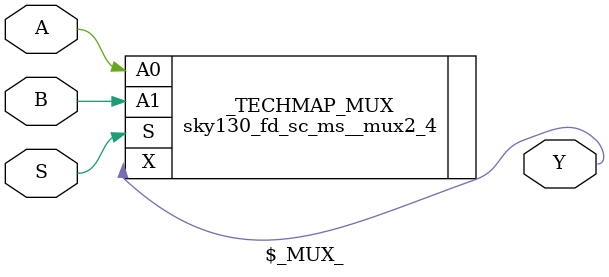
<source format=v>
module \$_MUX_ (
    output Y,
    input A,
    input B,
    input S
    );
  sky130_fd_sc_ms__mux2_4 _TECHMAP_MUX (
      .X(Y),
      .A0(A),
      .A1(B),
      .S(S)
  );
endmodule
</source>
